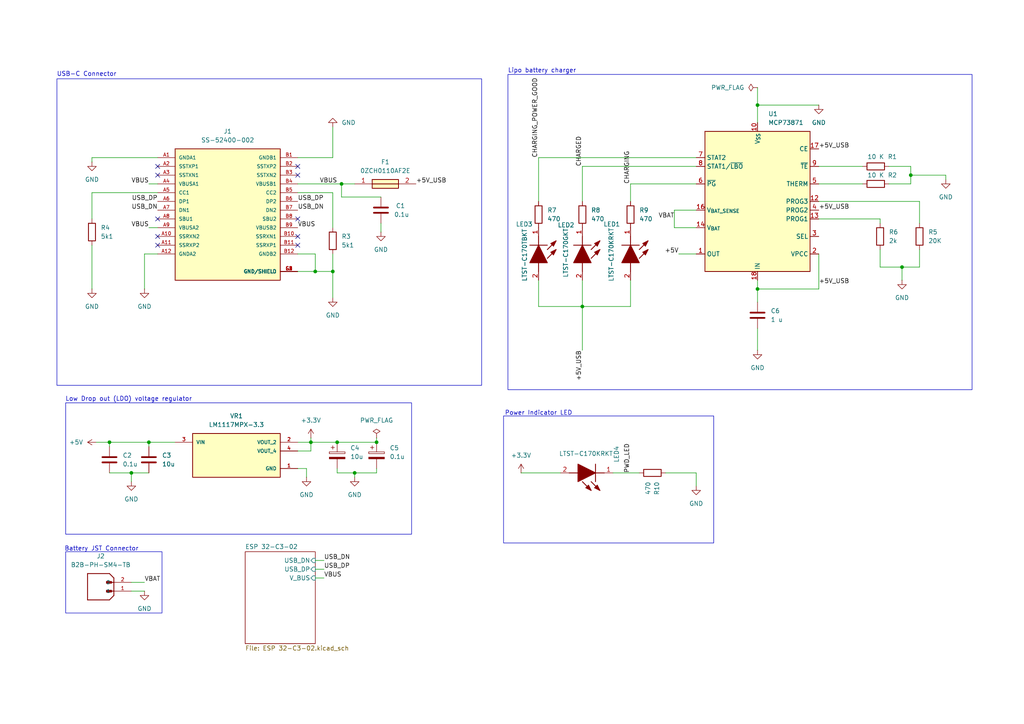
<source format=kicad_sch>
(kicad_sch (version 20250114) (generator "eeschema") (generator_version "9.0")
  (paper "A4")
  (title_block (title "ESP 32 sensor board root"))
  (lib_symbols
    (symbol "0ZCH0110AF2E:0ZCH0110AF2E" (pin_names (hide yes))
      (property "Reference" "F" (at 13.97 6.35 0))
      (property "Value" "0ZCH0110AF2E" (at 13.97 3.81 0))
      (symbol "0ZCH0110AF2E_1_1"
        (rectangle (start 5.08 1.27) (end 12.7 -1.27) (stroke (width 0.254)) (fill (type background)))
        (polyline (pts (xy 5.08 0) (xy 12.7 0)) (stroke (width 0.254)))
        (pin passive line (at 0 0 0) (length 5.08) (name "1") (number "1"))
        (pin passive line (at 17.78 0 180) (length 5.08) (name "2") (number "2"))
      )
    )
    (symbol "B2B-PH-SM4-TB:B2B-PH-SM4-TB" (pin_names (offset 1.016))
      (property "Reference" "J" (at 0 6.35 0))
      (property "Value" "B2B-PH-SM4-TB" (at 0 -5.08 0))
      (symbol "B2B-PH-SM4-TB_0_0"
        (polyline (pts (xy 0 3.81) (xy 0 2.54)) (stroke (width 0.254)))
        (polyline (pts (xy 0 3.81) (xy 1.27 5.08)) (stroke (width 0.254)))
        (polyline (pts (xy 0 2.54) (xy 0 -1.27)) (stroke (width 0.254)))
        (polyline (pts (xy 0 2.54) (xy 1.905 2.54)) (stroke (width 0.254)))
        (polyline (pts (xy 0 0) (xy 1.905 0)) (stroke (width 0.254)))
        (polyline (pts (xy 0 -1.27) (xy 1.27 -2.54)) (stroke (width 0.254)))
        (rectangle (start 0.635 2.2225) (end 2.2225 2.8575) (stroke (width 0.1)) (fill (type outline)))
        (rectangle (start 0.635 -0.3175) (end 2.2225 0.3175) (stroke (width 0.1)) (fill (type outline)))
        (polyline (pts (xy 1.27 -2.54) (xy 7.62 -2.54)) (stroke (width 0.254)))
        (polyline (pts (xy 7.62 5.08) (xy 1.27 5.08)) (stroke (width 0.254)))
        (polyline (pts (xy 7.62 -2.54) (xy 7.62 5.08)) (stroke (width 0.254)))
        (pin passive line (at -5.08 2.54 0) (length 5.08) (name "1") (number "1"))
        (pin passive line (at -5.08 0 0) (length 5.08) (name "2") (number "2"))
      )
    )
    (symbol "Battery_Management:MCP73871"
      (property "Reference" "U" (at -7.62 24.13 0))
      (property "Value" "MCP73871" (at -15.24 21.59 0))
      (symbol "MCP73871_0_1"
        (rectangle (start -15.24 20.32) (end 15.24 -20.32) (stroke (width 0.254)) (fill (type background)))
      )
      (symbol "MCP73871_1_1"
        (pin input line (at -17.78 15.24 0) (length 2.54) (name "VPCC") (number "2"))
        (pin input line (at -17.78 10.16 0) (length 2.54) (name "SEL") (number "3"))
        (pin bidirectional line (at -17.78 5.08 0) (length 2.54) (name "PROG1") (number "13"))
        (pin input line (at -17.78 2.54 0) (length 2.54) (name "PROG2") (number "4"))
        (pin bidirectional line (at -17.78 0 0) (length 2.54) (name "PROG3") (number "12"))
        (pin bidirectional line (at -17.78 -5.08 0) (length 2.54) (name "THERM") (number "5"))
        (pin input line (at -17.78 -10.16 0) (length 2.54) (name "~{TE}") (number "9"))
        (pin input line (at -17.78 -15.24 0) (length 2.54) (name "CE") (number "17"))
        (pin power_in line (at 0 22.86 270) (length 2.54) (name "IN") (number "18"))
        (pin passive line (at 0 22.86 270) (length 2.54) (hide yes) (name "IN") (number "19"))
        (pin power_in line (at 0 -22.86 90) (length 2.54) (name "V_{SS}") (number "10"))
        (pin passive line (at 0 -22.86 90) (length 2.54) (hide yes) (name "V_{SS}") (number "11"))
        (pin passive line (at 0 -22.86 90) (length 2.54) (hide yes) (name "V_{SS}") (number "21"))
        (pin power_out line (at 17.78 15.24 180) (length 2.54) (name "OUT") (number "1"))
        (pin passive line (at 17.78 15.24 180) (length 2.54) (hide yes) (name "OUT") (number "20"))
        (pin power_out line (at 17.78 7.62 180) (length 2.54) (name "V_{BAT}") (number "14"))
        (pin passive line (at 17.78 7.62 180) (length 2.54) (hide yes) (name "V_{BAT}") (number "15"))
        (pin input line (at 17.78 2.54 180) (length 2.54) (name "V_{BAT_SENSE}") (number "16"))
        (pin open_collector line (at 17.78 -5.08 180) (length 2.54) (name "~{PG}") (number "6"))
        (pin open_collector line (at 17.78 -10.16 180) (length 2.54) (name "STAT1/~{LBO}") (number "8"))
        (pin open_collector line (at 17.78 -12.7 180) (length 2.54) (name "STAT2") (number "7"))
      )
    )
    (symbol "Device:C" (pin_numbers (hide yes)) (pin_names (offset 0.254))
      (property "Reference" "C" (at 0.635 2.54 0))
      (property "Value" "C" (at 0.635 -2.54 0))
      (symbol "C_0_1"
        (polyline (pts (xy -2.032 0.762) (xy 2.032 0.762)) (stroke (width 0.508)))
        (polyline (pts (xy -2.032 -0.762) (xy 2.032 -0.762)) (stroke (width 0.508)))
      )
      (symbol "C_1_1"
        (pin passive line (at 0 3.81 270) (length 2.794) (name "~") (number "1"))
        (pin passive line (at 0 -3.81 90) (length 2.794) (name "~") (number "2"))
      )
    )
    (symbol "Device:C_Polarized" (pin_numbers (hide yes)) (pin_names (offset 0.254))
      (property "Reference" "C" (at 0.635 2.54 0))
      (property "Value" "C_Polarized" (at 0.635 -2.54 0))
      (symbol "C_Polarized_0_1"
        (rectangle (start -2.286 0.508) (end 2.286 1.016))
        (polyline (pts (xy -1.778 2.286) (xy -0.762 2.286)))
        (polyline (pts (xy -1.27 2.794) (xy -1.27 1.778)))
        (rectangle (start 2.286 -0.508) (end -2.286 -1.016) (fill (type outline)))
      )
      (symbol "C_Polarized_1_1"
        (pin passive line (at 0 3.81 270) (length 2.794) (name "~") (number "1"))
        (pin passive line (at 0 -3.81 90) (length 2.794) (name "~") (number "2"))
      )
    )
    (symbol "Device:R" (pin_numbers (hide yes)) (pin_names (offset 0))
      (property "Reference" "R" (at 2.032 0 90))
      (property "Value" "R" (at 0 0 90))
      (symbol "R_0_1"
        (rectangle (start -1.016 -2.54) (end 1.016 2.54) (stroke (width 0.254)))
      )
      (symbol "R_1_1"
        (pin passive line (at 0 3.81 270) (length 1.27) (name "~") (number "1"))
        (pin passive line (at 0 -3.81 90) (length 1.27) (name "~") (number "2"))
      )
    )
    (symbol "LM1117MPX-3.3:LM1117MPX-3.3" (pin_names (offset 1.016))
      (property "Reference" "VR" (at -12.7 6.08 0))
      (property "Value" "LM1117MPX-3.3" (at -12.7 -9.08 0))
      (symbol "LM1117MPX-3.3_0_0"
        (rectangle (start -12.7 -7.62) (end 12.7 5.08) (stroke (width 0.254)) (fill (type background)))
        (pin power_in line (at -17.78 2.54 0) (length 5.08) (name "VIN") (number "3"))
        (pin power_in line (at 17.78 2.54 180) (length 5.08) (name "VOUT_2") (number "2"))
        (pin power_in line (at 17.78 0 180) (length 5.08) (name "VOUT_4") (number "4"))
        (pin power_in line (at 17.78 -5.08 180) (length 5.08) (name "GND") (number "1"))
      )
    )
    (symbol "LTST-C170GKT:LTST-C170GKT" (pin_names (hide yes))
      (property "Reference" "LED" (at 12.7 8.89 0))
      (property "Value" "LTST-C170GKT" (at 12.7 6.35 0))
      (symbol "LTST-C170GKT_1_1"
        (polyline (pts (xy 2.54 0) (xy 5.08 0)) (stroke (width 0.254)))
        (polyline (pts (xy 5.08 2.54) (xy 5.08 -2.54)) (stroke (width 0.254)))
        (polyline (pts (xy 5.08 0) (xy 10.16 2.54) (xy 10.16 -2.54) (xy 5.08 0)) (stroke (width 0.254)) (fill (type outline)))
        (polyline (pts (xy 5.334 4.318) (xy 4.572 3.556) (xy 3.81 5.08) (xy 5.334 4.318)) (stroke (width 0.254)) (fill (type outline)))
        (polyline (pts (xy 6.35 2.54) (xy 3.81 5.08)) (stroke (width 0.254)))
        (polyline (pts (xy 7.874 4.318) (xy 7.112 3.556) (xy 6.35 5.08) (xy 7.874 4.318)) (stroke (width 0.254)) (fill (type outline)))
        (polyline (pts (xy 8.89 2.54) (xy 6.35 5.08)) (stroke (width 0.254)))
        (polyline (pts (xy 10.16 0) (xy 12.7 0)) (stroke (width 0.254)))
        (pin passive line (at 0 0 0) (length 2.54) (name "K") (number "1"))
        (pin passive line (at 15.24 0 180) (length 2.54) (name "A") (number "2"))
      )
    )
    (symbol "LTST-C170KRKT:LTST-C170KRKT" (pin_names (hide yes))
      (property "Reference" "LED" (at 12.7 8.89 0))
      (property "Value" "LTST-C170KRKT" (at 12.7 6.35 0))
      (symbol "LTST-C170KRKT_1_1"
        (polyline (pts (xy 2.54 0) (xy 5.08 0)) (stroke (width 0.254)))
        (polyline (pts (xy 5.08 2.54) (xy 5.08 -2.54)) (stroke (width 0.254)))
        (polyline (pts (xy 5.08 0) (xy 10.16 2.54) (xy 10.16 -2.54) (xy 5.08 0)) (stroke (width 0.254)) (fill (type outline)))
        (polyline (pts (xy 5.334 4.318) (xy 4.572 3.556) (xy 3.81 5.08) (xy 5.334 4.318)) (stroke (width 0.254)) (fill (type outline)))
        (polyline (pts (xy 6.35 2.54) (xy 3.81 5.08)) (stroke (width 0.254)))
        (polyline (pts (xy 7.874 4.318) (xy 7.112 3.556) (xy 6.35 5.08) (xy 7.874 4.318)) (stroke (width 0.254)) (fill (type outline)))
        (polyline (pts (xy 8.89 2.54) (xy 6.35 5.08)) (stroke (width 0.254)))
        (polyline (pts (xy 10.16 0) (xy 12.7 0)) (stroke (width 0.254)))
        (pin passive line (at 0 0 0) (length 2.54) (name "K") (number "1"))
        (pin passive line (at 15.24 0 180) (length 2.54) (name "A") (number "2"))
      )
    )
    (symbol "LTST-C170TBKT:LTST-C170TBKT" (pin_names (hide yes))
      (property "Reference" "LED" (at 12.7 8.89 0))
      (property "Value" "LTST-C170TBKT" (at 12.7 6.35 0))
      (symbol "LTST-C170TBKT_1_1"
        (polyline (pts (xy 2.54 0) (xy 5.08 0)) (stroke (width 0.254)))
        (polyline (pts (xy 5.08 2.54) (xy 5.08 -2.54)) (stroke (width 0.254)))
        (polyline (pts (xy 5.08 0) (xy 10.16 2.54) (xy 10.16 -2.54) (xy 5.08 0)) (stroke (width 0.254)) (fill (type outline)))
        (polyline (pts (xy 5.334 4.318) (xy 4.572 3.556) (xy 3.81 5.08) (xy 5.334 4.318)) (stroke (width 0.254)) (fill (type outline)))
        (polyline (pts (xy 6.35 2.54) (xy 3.81 5.08)) (stroke (width 0.254)))
        (polyline (pts (xy 7.874 4.318) (xy 7.112 3.556) (xy 6.35 5.08) (xy 7.874 4.318)) (stroke (width 0.254)) (fill (type outline)))
        (polyline (pts (xy 8.89 2.54) (xy 6.35 5.08)) (stroke (width 0.254)))
        (polyline (pts (xy 10.16 0) (xy 12.7 0)) (stroke (width 0.254)))
        (pin passive line (at 0 0 0) (length 2.54) (name "K") (number "1"))
        (pin passive line (at 15.24 0 180) (length 2.54) (name "A") (number "2"))
      )
    )
    (symbol "SS-52400-002:SS-52400-002" (pin_names (offset 1.016))
      (property "Reference" "J" (at -15.24 19.05 0))
      (property "Value" "SS-52400-002" (at -15.24 -22.86 0))
      (symbol "SS-52400-002_0_0"
        (rectangle (start -15.24 -20.32) (end 15.24 17.78) (stroke (width 0.254)) (fill (type background)))
        (pin power_in line (at -20.32 15.24 0) (length 5.08) (name "GNDA1") (number "A1"))
        (pin bidirectional line (at -20.32 12.7 0) (length 5.08) (name "SSTXP1") (number "A2"))
        (pin bidirectional line (at -20.32 10.16 0) (length 5.08) (name "SSTXN1") (number "A3"))
        (pin power_in line (at -20.32 7.62 0) (length 5.08) (name "VBUSA1") (number "A4"))
        (pin bidirectional line (at -20.32 5.08 0) (length 5.08) (name "CC1") (number "A5"))
        (pin bidirectional line (at -20.32 2.54 0) (length 5.08) (name "DP1") (number "A6"))
        (pin bidirectional line (at -20.32 0 0) (length 5.08) (name "DN1") (number "A7"))
        (pin bidirectional line (at -20.32 -2.54 0) (length 5.08) (name "SBU1") (number "A8"))
        (pin power_in line (at -20.32 -5.08 0) (length 5.08) (name "VBUSA2") (number "A9"))
        (pin bidirectional line (at -20.32 -7.62 0) (length 5.08) (name "SSRXN2") (number "A10"))
        (pin bidirectional line (at -20.32 -10.16 0) (length 5.08) (name "SSRXP2") (number "A11"))
        (pin power_in line (at -20.32 -12.7 0) (length 5.08) (name "GNDA2") (number "A12"))
        (pin power_in line (at 20.32 15.24 180) (length 5.08) (name "GNDB1") (number "B1"))
        (pin bidirectional line (at 20.32 12.7 180) (length 5.08) (name "SSTXP2") (number "B2"))
        (pin bidirectional line (at 20.32 10.16 180) (length 5.08) (name "SSTXN2") (number "B3"))
        (pin power_in line (at 20.32 7.62 180) (length 5.08) (name "VBUSB1") (number "B4"))
        (pin bidirectional line (at 20.32 5.08 180) (length 5.08) (name "CC2") (number "B5"))
        (pin bidirectional line (at 20.32 2.54 180) (length 5.08) (name "DP2") (number "B6"))
        (pin bidirectional line (at 20.32 0 180) (length 5.08) (name "DN2") (number "B7"))
        (pin bidirectional line (at 20.32 -2.54 180) (length 5.08) (name "SBU2") (number "B8"))
        (pin power_in line (at 20.32 -5.08 180) (length 5.08) (name "VBUSB2") (number "B9"))
        (pin bidirectional line (at 20.32 -7.62 180) (length 5.08) (name "SSRXN1") (number "B10"))
        (pin bidirectional line (at 20.32 -10.16 180) (length 5.08) (name "SSRXP1") (number "B11"))
        (pin power_in line (at 20.32 -12.7 180) (length 5.08) (name "GNDB2") (number "B12"))
        (pin power_in line (at 20.32 -17.78 180) (length 5.08) (name "GND/SHIELD") (number "G1"))
        (pin power_in line (at 20.32 -17.78 180) (length 5.08) (name "GND/SHIELD") (number "G2"))
        (pin power_in line (at 20.32 -17.78 180) (length 5.08) (name "GND/SHIELD") (number "G3"))
        (pin power_in line (at 20.32 -17.78 180) (length 5.08) (name "GND/SHIELD") (number "G4"))
        (pin power_in line (at 20.32 -17.78 180) (length 5.08) (name "GND/SHIELD") (number "S1"))
        (pin power_in line (at 20.32 -17.78 180) (length 5.08) (name "GND/SHIELD") (number "S2"))
        (pin power_in line (at 20.32 -17.78 180) (length 5.08) (name "GND/SHIELD") (number "S3"))
        (pin power_in line (at 20.32 -17.78 180) (length 5.08) (name "GND/SHIELD") (number "S4"))
      )
    )
    (symbol "power:+3.3V" (power) (pin_numbers (hide yes)) (pin_names (offset 0) (hide yes))
      (property "Value" "+3.3V" (at 0 3.556 0))
      (symbol "+3.3V_0_1"
        (polyline (pts (xy -0.762 1.27) (xy 0 2.54)))
        (polyline (pts (xy 0 2.54) (xy 0.762 1.27)))
        (polyline (pts (xy 0 0) (xy 0 2.54)))
      )
      (symbol "+3.3V_1_1"
        (pin power_in line (at 0 0 90) (length 0) (name "~") (number "1"))
      )
    )
    (symbol "power:+5V" (power) (pin_numbers (hide yes)) (pin_names (offset 0) (hide yes))
      (property "Value" "+5V" (at 0 3.556 0))
      (symbol "+5V_0_1"
        (polyline (pts (xy -0.762 1.27) (xy 0 2.54)))
        (polyline (pts (xy 0 2.54) (xy 0.762 1.27)))
        (polyline (pts (xy 0 0) (xy 0 2.54)))
      )
      (symbol "+5V_1_1"
        (pin power_in line (at 0 0 90) (length 0) (name "~") (number "1"))
      )
    )
    (symbol "power:GND" (power) (pin_numbers (hide yes)) (pin_names (offset 0) (hide yes))
      (property "Value" "GND" (at 0 -3.81 0))
      (symbol "GND_0_1"
        (polyline (pts (xy 0 0) (xy 0 -1.27) (xy 1.27 -1.27) (xy 0 -2.54) (xy -1.27 -1.27) (xy 0 -1.27)))
      )
      (symbol "GND_1_1"
        (pin power_in line (at 0 0 270) (length 0) (name "~") (number "1"))
      )
    )
    (symbol "power:PWR_FLAG" (power) (pin_numbers (hide yes)) (pin_names (offset 0) (hide yes))
      (property "Value" "PWR_FLAG" (at 0 3.81 0))
      (symbol "PWR_FLAG_0_0"
        (pin power_out line (at 0 0 90) (length 0) (name "~") (number "1"))
      )
      (symbol "PWR_FLAG_0_1"
        (polyline (pts (xy 0 0) (xy 0 1.27) (xy -1.016 1.905) (xy 0 2.54) (xy 1.016 1.905) (xy 0 1.27)))
      )
    )
  )
  (rectangle (start 19.05 116.84) (end 119.38 154.94))
  (rectangle (start 19.05 160.02) (end 46.99 177.8))
  (rectangle (start 147.32 21.59) (end 281.94 113.03))
  (rectangle (start 16.51 22.86) (end 139.7 111.76))
  (rectangle (start 146.05 120.65) (end 207.01 157.48))
  (text "Low Drop out (LDO) voltage regulator" (at 37.338 115.824 0) (effects (font (size 1.27 1.27))))
  (text "USB-C Connector" (at 25.146 21.59 0) (effects (font (size 1.27 1.27))))
  (text "Power Indicator LED" (at 156.21 119.888 0) (effects (font (size 1.27 1.27))))
  (text "Battery JST Connector" (at 29.464 159.258 0) (effects (font (size 1.27 1.27))))
  (text "Lipo battery charger" (at 157.226 20.574 0) (effects (font (size 1.27 1.27))))
  (junction (at 38.1 137.16))
  (junction (at 43.18 128.27))
  (junction (at 219.71 83.82))
  (junction (at 264.16 50.8))
  (junction (at 109.22 128.27))
  (junction (at 96.52 78.74))
  (junction (at 261.62 77.47))
  (junction (at 97.79 128.27))
  (junction (at 102.87 137.16))
  (junction (at 91.44 78.74))
  (junction (at 168.91 88.9))
  (junction (at 31.75 128.27))
  (junction (at 90.17 128.27))
  (junction (at 219.71 30.48))
  (junction (at 99.06 53.34))
  (no_connect (at 86.36 71.12))
  (no_connect (at 45.72 68.58))
  (no_connect (at 45.72 48.26))
  (no_connect (at 86.36 48.26))
  (no_connect (at 86.36 50.8))
  (no_connect (at 86.36 68.58))
  (no_connect (at 86.36 63.5))
  (no_connect (at 45.72 50.8))
  (no_connect (at 45.72 71.12))
  (no_connect (at 45.72 63.5))
  (wire (pts (xy 86.36 135.89) (xy 88.9 135.89)))
  (wire (pts (xy 219.71 25.4) (xy 219.71 30.48)))
  (wire (pts (xy 96.52 66.04) (xy 96.52 55.88)))
  (wire (pts (xy 168.91 88.9) (xy 168.91 101.6)))
  (wire (pts (xy 38.1 168.91) (xy 41.91 168.91)))
  (wire (pts (xy 91.44 73.66) (xy 91.44 78.74)))
  (wire (pts (xy 168.91 48.26) (xy 201.93 48.26)))
  (wire (pts (xy 110.49 64.77) (xy 110.49 67.31)))
  (wire (pts (xy 237.49 30.48) (xy 219.71 30.48)))
  (wire (pts (xy 86.36 53.34) (xy 99.06 53.34)))
  (wire (pts (xy 255.27 72.39) (xy 255.27 77.47)))
  (wire (pts (xy 91.44 167.64) (xy 93.98 167.64)))
  (wire (pts (xy 38.1 137.16) (xy 43.18 137.16)))
  (wire (pts (xy 255.27 64.77) (xy 255.27 63.5)))
  (wire (pts (xy 274.32 50.8) (xy 264.16 50.8)))
  (wire (pts (xy 86.36 78.74) (xy 91.44 78.74)))
  (wire (pts (xy 88.9 135.89) (xy 88.9 138.43)))
  (wire (pts (xy 27.94 128.27) (xy 31.75 128.27)))
  (wire (pts (xy 274.32 52.07) (xy 274.32 50.8)))
  (wire (pts (xy 26.67 45.72) (xy 26.67 46.99)))
  (wire (pts (xy 41.91 73.66) (xy 45.72 73.66)))
  (wire (pts (xy 26.67 63.5) (xy 26.67 55.88)))
  (wire (pts (xy 97.79 137.16) (xy 102.87 137.16)))
  (wire (pts (xy 110.49 57.15) (xy 99.06 57.15)))
  (wire (pts (xy 38.1 171.45) (xy 41.91 171.45)))
  (wire (pts (xy 102.87 137.16) (xy 109.22 137.16)))
  (wire (pts (xy 86.36 130.81) (xy 90.17 130.81)))
  (wire (pts (xy 237.49 48.26) (xy 250.19 48.26)))
  (wire (pts (xy 266.7 64.77) (xy 266.7 58.42)))
  (wire (pts (xy 26.67 55.88) (xy 45.72 55.88)))
  (wire (pts (xy 255.27 77.47) (xy 261.62 77.47)))
  (wire (pts (xy 43.18 53.34) (xy 45.72 53.34)))
  (wire (pts (xy 196.85 73.66) (xy 201.93 73.66)))
  (wire (pts (xy 261.62 81.28) (xy 261.62 77.47)))
  (wire (pts (xy 97.79 135.89) (xy 97.79 137.16)))
  (wire (pts (xy 182.88 53.34) (xy 201.93 53.34)))
  (wire (pts (xy 97.79 128.27) (xy 109.22 128.27)))
  (wire (pts (xy 266.7 58.42) (xy 237.49 58.42)))
  (wire (pts (xy 219.71 30.48) (xy 219.71 35.56)))
  (wire (pts (xy 264.16 50.8) (xy 264.16 53.34)))
  (wire (pts (xy 91.44 162.56) (xy 93.98 162.56)))
  (wire (pts (xy 26.67 71.12) (xy 26.67 83.82)))
  (wire (pts (xy 219.71 83.82) (xy 219.71 87.63)))
  (wire (pts (xy 237.49 73.66) (xy 237.49 83.82)))
  (wire (pts (xy 266.7 77.47) (xy 266.7 72.39)))
  (wire (pts (xy 182.88 81.28) (xy 182.88 88.9)))
  (wire (pts (xy 38.1 137.16) (xy 38.1 139.7)))
  (wire (pts (xy 86.36 128.27) (xy 90.17 128.27)))
  (wire (pts (xy 264.16 53.34) (xy 257.81 53.34)))
  (wire (pts (xy 91.44 78.74) (xy 96.52 78.74)))
  (wire (pts (xy 195.58 66.04) (xy 201.93 66.04)))
  (wire (pts (xy 177.8 137.16) (xy 185.42 137.16)))
  (wire (pts (xy 45.72 45.72) (xy 26.67 45.72)))
  (wire (pts (xy 90.17 127) (xy 90.17 128.27)))
  (wire (pts (xy 96.52 36.83) (xy 96.52 45.72)))
  (wire (pts (xy 99.06 53.34) (xy 102.87 53.34)))
  (wire (pts (xy 156.21 81.28) (xy 156.21 88.9)))
  (wire (pts (xy 168.91 58.42) (xy 168.91 48.26)))
  (wire (pts (xy 43.18 128.27) (xy 43.18 129.54)))
  (wire (pts (xy 193.04 137.16) (xy 201.93 137.16)))
  (wire (pts (xy 109.22 137.16) (xy 109.22 135.89)))
  (wire (pts (xy 168.91 88.9) (xy 182.88 88.9)))
  (wire (pts (xy 168.91 81.28) (xy 168.91 88.9)))
  (wire (pts (xy 86.36 45.72) (xy 96.52 45.72)))
  (wire (pts (xy 96.52 78.74) (xy 96.52 86.36)))
  (wire (pts (xy 156.21 88.9) (xy 168.91 88.9)))
  (wire (pts (xy 99.06 57.15) (xy 99.06 53.34)))
  (wire (pts (xy 50.8 128.27) (xy 43.18 128.27)))
  (wire (pts (xy 201.93 60.96) (xy 195.58 60.96)))
  (wire (pts (xy 91.44 165.1) (xy 93.98 165.1)))
  (wire (pts (xy 102.87 137.16) (xy 102.87 138.43)))
  (wire (pts (xy 90.17 128.27) (xy 97.79 128.27)))
  (wire (pts (xy 43.18 128.27) (xy 31.75 128.27)))
  (wire (pts (xy 156.21 45.72) (xy 201.93 45.72)))
  (wire (pts (xy 96.52 55.88) (xy 86.36 55.88)))
  (wire (pts (xy 109.22 127) (xy 109.22 128.27)))
  (wire (pts (xy 219.71 83.82) (xy 219.71 81.28)))
  (wire (pts (xy 257.81 48.26) (xy 264.16 48.26)))
  (wire (pts (xy 261.62 77.47) (xy 266.7 77.47)))
  (wire (pts (xy 151.13 137.16) (xy 162.56 137.16)))
  (wire (pts (xy 86.36 73.66) (xy 91.44 73.66)))
  (wire (pts (xy 96.52 73.66) (xy 96.52 78.74)))
  (wire (pts (xy 201.93 137.16) (xy 201.93 140.97)))
  (wire (pts (xy 195.58 60.96) (xy 195.58 66.04)))
  (wire (pts (xy 156.21 58.42) (xy 156.21 45.72)))
  (wire (pts (xy 41.91 83.82) (xy 41.91 73.66)))
  (wire (pts (xy 255.27 63.5) (xy 237.49 63.5)))
  (wire (pts (xy 90.17 130.81) (xy 90.17 128.27)))
  (wire (pts (xy 219.71 95.25) (xy 219.71 101.6)))
  (wire (pts (xy 31.75 137.16) (xy 38.1 137.16)))
  (wire (pts (xy 237.49 53.34) (xy 250.19 53.34)))
  (wire (pts (xy 264.16 48.26) (xy 264.16 50.8)))
  (wire (pts (xy 237.49 83.82) (xy 219.71 83.82)))
  (wire (pts (xy 43.18 66.04) (xy 45.72 66.04)))
  (wire (pts (xy 31.75 128.27) (xy 31.75 129.54)))
  (wire (pts (xy 182.88 58.42) (xy 182.88 53.34)))
  (label "+5V_USB" (at 237.49 82.55 0))
  (label "CHARGED" (at 168.91 48.26 90))
  (label "+5V_USB" (at 120.65 53.34 0))
  (label "VBUS" (at 92.71 53.34 0))
  (label "USB_DN" (at 45.72 60.96 180))
  (label "USB_DP" (at 45.72 58.42 180))
  (label "VBAT" (at 195.58 63.5 180))
  (label "+5V" (at 196.85 73.66 180))
  (label "CHARGING_POWER_GOOD" (at 156.21 45.72 90))
  (label "USB_DN" (at 93.98 162.56 0))
  (label "PWD_LED" (at 182.88 137.16 90))
  (label "+5V_USB" (at 237.49 43.18 0))
  (label "VBUS" (at 86.36 66.04 0))
  (label "+5V_USB" (at 168.91 101.6 270))
  (label "VBAT" (at 41.91 168.91 0))
  (label "USB_DN" (at 86.36 60.96 0))
  (label "VBUS" (at 43.18 53.34 180))
  (label "VBUS" (at 43.18 66.04 180))
  (label "VBUS" (at 93.98 167.64 0))
  (label "CHARGING" (at 182.88 53.34 90))
  (label "USB_DP" (at 86.36 58.42 0))
  (label "USB_DP" (at 93.98 165.1 0))
  (label "+5V_USB" (at 237.49 60.96 0))
  (symbol (lib_id "Device:R") (at 182.88 62.23 180) (unit 1)
    (property "Reference" "R9" (at 185.42 60.9599 0) (effects (justify right)))
    (property "Value" "470" (at 185.42 63.4999 0) (effects (justify right)))
    (property "Description" "Resistor" (effects (hide yes)))
  )
  (symbol (lib_id "Device:C_Polarized") (at 109.22 132.08 0) (unit 1)
    (property "Reference" "C5" (at 113.03 129.9209 0) (effects (justify left)))
    (property "Value" "0.1u" (at 113.03 132.4609 0) (effects (justify left)))
    (property "Description" "Polarized capacitor" (effects (hide yes)))
  )
  (symbol (lib_id "Device:R") (at 156.21 62.23 180) (unit 1)
    (property "Reference" "R7" (at 158.75 60.9599 0) (effects (justify right)))
    (property "Value" "470" (at 158.75 63.4999 0) (effects (justify right)))
    (property "Description" "Resistor" (effects (hide yes)))
  )
  (symbol (lib_id "Device:R") (at 255.27 68.58 180) (unit 1)
    (property "Reference" "R6" (at 257.81 67.3099 0) (effects (justify right)))
    (property "Value" "2k" (at 257.81 69.8499 0) (effects (justify right)))
    (property "Description" "Resistor" (effects (hide yes)))
  )
  (symbol (lib_id "power:GND") (at 274.32 52.07 0) (unit 1)
    (property "Reference" "#PWR01" (effects (hide yes)))
    (property "Value" "GND" (at 274.32 57.15 0))
    (property "Description" "Power symbol creates a global label with name \"GND\" , ground" (effects (hide yes)))
  )
  (symbol (lib_id "power:GND") (at 26.67 46.99 0) (unit 1)
    (property "Reference" "#PWR06" (effects (hide yes)))
    (property "Value" "GND" (at 26.67 52.07 0))
    (property "Description" "Power symbol creates a global label with name \"GND\" , ground" (effects (hide yes)))
  )
  (symbol (lib_id "power:GND") (at 110.49 67.31 0) (unit 1)
    (property "Reference" "#PWR08" (effects (hide yes)))
    (property "Value" "GND" (at 110.49 72.39 0))
    (property "Description" "Power symbol creates a global label with name \"GND\" , ground" (effects (hide yes)))
  )
  (symbol (lib_id "Device:C") (at 43.18 133.35 0) (unit 1)
    (property "Reference" "C3" (at 46.99 132.0799 0) (effects (justify left)))
    (property "Value" "10u" (at 46.99 134.6199 0) (effects (justify left)))
    (property "Description" "Unpolarized capacitor" (effects (hide yes)))
  )
  (symbol (lib_id "Device:R") (at 168.91 62.23 180) (unit 1)
    (property "Reference" "R8" (at 171.45 60.9599 0) (effects (justify right)))
    (property "Value" "470" (at 171.45 63.4999 0) (effects (justify right)))
    (property "Description" "Resistor" (effects (hide yes)))
  )
  (symbol (lib_id "B2B-PH-SM4-TB:B2B-PH-SM4-TB") (at 33.02 168.91 180) (unit 1)
    (property "Reference" "J2" (at 29.21 161.29 0))
    (property "Value" "B2B-PH-SM4-TB" (at 29.21 163.83 0))
    (property "Footprint" "B2B-PH-SM4-TB:JST_B2B-PH-SM4-TB" (effects (hide yes)))
    (property "MF" "JST" (effects (hide yes)))
    (property "MAXIMUM_PACKAGE_HEIGHT" "6.6 mm" (effects (hide yes)))
    (property "Package" "NON STANDARD-2 JST" (effects (hide yes)))
    (property "Price" "None" (effects (hide yes)))
    (property "Check_prices" "https://www.snapeda.com/parts/B2B-PH-SM4-TB/JST/view-part/?ref=eda" (effects (hide yes)))
    (property "STANDARD" "Manufacturer Recommendations" (effects (hide yes)))
    (property "PARTREV" "N/A" (effects (hide yes)))
    (property "SnapEDA_Link" "https://www.snapeda.com/parts/B2B-PH-SM4-TB/JST/view-part/?ref=snap" (effects (hide yes)))
    (property "MP" "B2B-PH-SM4-TB" (effects (hide yes)))
    (property "Description_1" "Connector Header Surface Mount 2 position 0.079 (2.00mm)" (effects (hide yes)))
    (property "Availability" "In Stock" (effects (hide yes)))
    (property "MANUFACTURER" "JST" (effects (hide yes)))
  )
  (symbol (lib_id "Device:C") (at 31.75 133.35 0) (unit 1)
    (property "Reference" "C2" (at 35.56 132.0799 0) (effects (justify left)))
    (property "Value" "0.1u" (at 35.56 134.6199 0) (effects (justify left)))
    (property "Description" "Unpolarized capacitor" (effects (hide yes)))
  )
  (symbol (lib_id "Device:C_Polarized") (at 97.79 132.08 0) (unit 1)
    (property "Reference" "C4" (at 101.6 129.9209 0) (effects (justify left)))
    (property "Value" "10u" (at 101.6 132.4609 0) (effects (justify left)))
    (property "Description" "Polarized capacitor" (effects (hide yes)))
  )
  (symbol (lib_id "power:GND") (at 237.49 30.48 0) (unit 1)
    (property "Reference" "#PWR09" (effects (hide yes)))
    (property "Value" "GND" (at 237.49 35.56 0))
    (property "Description" "Power symbol creates a global label with name \"GND\" , ground" (effects (hide yes)))
  )
  (symbol (lib_id "power:GND") (at 41.91 171.45 0) (unit 1)
    (property "Reference" "#PWR016" (effects (hide yes)))
    (property "Value" "GND" (at 41.91 176.53 0))
    (property "Description" "Power symbol creates a global label with name \"GND\" , ground" (effects (hide yes)))
  )
  (symbol (lib_id "power:+3.3V") (at 90.17 127 0) (unit 1)
    (property "Reference" "#PWR013" (effects (hide yes)))
    (property "Value" "+3.3V" (at 90.17 121.92 0))
    (property "Description" "Power symbol creates a global label with name \"+3.3V\"" (effects (hide yes)))
  )
  (symbol (lib_id "Device:R") (at 254 53.34 90) (unit 1)
    (property "Reference" "R2" (at 258.826 50.8 90))
    (property "Value" "10 K" (at 254 50.8 90))
    (property "Description" "Resistor" (effects (hide yes)))
  )
  (symbol (lib_id "power:GND") (at 38.1 139.7 0) (unit 1)
    (property "Reference" "#PWR011" (effects (hide yes)))
    (property "Value" "GND" (at 38.1 144.78 0))
    (property "Description" "Power symbol creates a global label with name \"GND\" , ground" (effects (hide yes)))
  )
  (symbol (lib_id "Device:R") (at 26.67 67.31 180) (unit 1)
    (property "Reference" "R4" (at 29.21 66.0399 0) (effects (justify right)))
    (property "Value" "5k1" (at 29.21 68.5799 0) (effects (justify right)))
    (property "Description" "Resistor" (effects (hide yes)))
  )
  (symbol (lib_id "power:+3.3V") (at 151.13 137.16 0) (unit 1)
    (property "Reference" "#PWR017" (effects (hide yes)))
    (property "Value" "+3.3V" (at 151.13 132.08 0))
    (property "Description" "Power symbol creates a global label with name \"+3.3V\"" (effects (hide yes)))
  )
  (symbol (lib_id "LTST-C170KRKT:LTST-C170KRKT") (at 177.8 137.16 180) (unit 1)
    (property "Reference" "LED4" (at 178.816 129.286 90) (effects (justify left)))
    (property "Value" "LTST-C170KRKT" (at 177.8 131.572 0) (effects (justify left)))
    (property "Footprint" "LEDC2012X120N" (effects (hide yes)))
    (property "Datasheet" "https://componentsearchengine.com/Datasheets/1/LTST-C170KRKT.pdf" (effects (hide yes)))
    (property "Description" "Standard LEDs - SMD Red Clear 631nm" (effects (hide yes)))
    (property "Height" "1.2" (effects (hide yes)))
    (property "Manufacturer_Name" "Lite-On" (effects (hide yes)))
    (property "Manufacturer_Part_Number" "LTST-C170KRKT" (effects (hide yes)))
    (property "Mouser Part Number" "859-LTST-C170KRKT" (effects (hide yes)))
    (property "Mouser Price/Stock" "https://www.mouser.co.uk/ProductDetail/Lite-On/LTST-C170KRKT?qs=NUb82WqeCyrVOID%2Fxt4rgA%3D%3D" (effects (hide yes)))
    (property "Arrow Part Number" "LTST-C170KRKT" (effects (hide yes)))
    (property "Arrow Price/Stock" "https://www.arrow.com/en/products/ltst-c170krkt/lite-on-technology?utm_currency=USD&region=nac" (effects (hide yes)))
  )
  (symbol (lib_id "Device:R") (at 96.52 69.85 180) (unit 1)
    (property "Reference" "R3" (at 99.06 68.5799 0) (effects (justify right)))
    (property "Value" "5k1" (at 99.06 71.1199 0) (effects (justify right)))
    (property "Description" "Resistor" (effects (hide yes)))
  )
  (symbol (lib_id "SS-52400-002:SS-52400-002") (at 66.04 60.96 0) (unit 1)
    (property "Reference" "J1" (at 66.04 38.1 0))
    (property "Value" "SS-52400-002" (at 66.04 40.64 0))
    (property "Footprint" "SS-52400-002:BELFUSE_SS-52400-002" (effects (hide yes)))
    (property "MF" "Bel Fuse" (effects (hide yes)))
    (property "MAXIMUM_PACKAGE_HEIGHT" "2.96 mm" (effects (hide yes)))
    (property "Package" "None" (effects (hide yes)))
    (property "Price" "None" (effects (hide yes)))
    (property "Check_prices" "https://www.snapeda.com/parts/SS-52400-002/Bel+Circuit+Protection/view-part/?ref=eda" (effects (hide yes)))
    (property "STANDARD" "Manufacturer Recommendations" (effects (hide yes)))
    (property "PARTREV" "A0" (effects (hide yes)))
    (property "SnapEDA_Link" "https://www.snapeda.com/parts/SS-52400-002/Bel+Circuit+Protection/view-part/?ref=snap" (effects (hide yes)))
    (property "MP" "SS-52400-002" (effects (hide yes)))
    (property "Description_1" "USB Type-C Connector | USB 3.1 | 1 Port | Right Angle Receptacle | Shielded | 0.039 in (1.00mm) PCB Thickness" (effects (hide yes)))
    (property "Availability" "In Stock" (effects (hide yes)))
    (property "MANUFACTURER" "BelFuse" (effects (hide yes)))
  )
  (symbol (lib_id "LM1117MPX-3.3:LM1117MPX-3.3") (at 68.58 130.81 0) (unit 1)
    (property "Reference" "VR1" (at 68.58 120.65 0))
    (property "Value" "LM1117MPX-3.3" (at 68.58 123.19 0))
    (property "Footprint" "LM1117MPX-3.3:VREG_LM1117MPX-3.3" (effects (hide yes)))
    (property "MF" "onsemi" (effects (hide yes)))
    (property "DESCRIPTION" "800-mA 15-V linear voltage regulator 4-SOT-223" (effects (hide yes)))
    (property "PACKAGE" "SOT-223-4 Texas Instruments" (effects (hide yes)))
    (property "PRICE" "None" (effects (hide yes)))
    (property "Package" "SOT-223-4 ON Semiconductor" (effects (hide yes)))
    (property "Check_prices" "https://www.snapeda.com/parts/LM1117MPX-33NOPB/Onsemi/view-part/?ref=eda" (effects (hide yes)))
    (property "Price" "None" (effects (hide yes)))
    (property "SnapEDA_Link" "https://www.snapeda.com/parts/LM1117MPX-33NOPB/Onsemi/view-part/?ref=snap" (effects (hide yes)))
    (property "MP" "LM1117MPX-33NOPB" (effects (hide yes)))
    (property "Description_1" "Linear Voltage Regulator IC Positive Fixed 1 Output 800mA SOT-223" (effects (hide yes)))
    (property "Availability" "In Stock" (effects (hide yes)))
    (property "AVAILABILITY" "Warning" (effects (hide yes)))
    (property "PURCHASE-URL" "https://pricing.snapeda.com/search/part/LM1117MPX-3.3/?ref=eda" (effects (hide yes)))
  )
  (symbol (lib_id "power:GND") (at 26.67 83.82 0) (unit 1)
    (property "Reference" "#PWR04" (effects (hide yes)))
    (property "Value" "GND" (at 26.67 88.9 0))
    (property "Description" "Power symbol creates a global label with name \"GND\" , ground" (effects (hide yes)))
  )
  (symbol (lib_id "LTST-C170GKT:LTST-C170GKT") (at 168.91 66.04 270) (unit 1)
    (property "Reference" "LED2" (at 166.624 65.278 90) (effects (justify right)))
    (property "Value" "LTST-C170GKT" (at 164.084 80.518 0) (effects (justify right)))
    (property "Footprint" "LEDC2012X120N" (effects (hide yes)))
    (property "Datasheet" "https://mm.digikey.com/Volume0/opasdata/d220001/medias/docus/895/LTST-C170GKT.pdf" (effects (hide yes)))
    (property "Description" "LED,SMD,0805,Green,6mcd,130deg Lite-On LTST-C170GKT, CHIPLED 0805 Series Green LED, 569 nm 2012 (0805), Rectangle Lens SMD package" (effects (hide yes)))
    (property "Height" "1.2" (effects (hide yes)))
    (property "Manufacturer_Name" "Lite-On" (effects (hide yes)))
    (property "Manufacturer_Part_Number" "LTST-C170GKT" (effects (hide yes)))
    (property "Mouser Part Number" "859-LTST-C170GKT" (effects (hide yes)))
    (property "Mouser Price/Stock" "https://www.mouser.co.uk/ProductDetail/Lite-On/LTST-C170GKT?qs=%2FSqKn2EfXQSV5aRij3YIfQ%3D%3D" (effects (hide yes)))
    (property "Arrow Part Number" "LTST-C170GKT" (effects (hide yes)))
    (property "Arrow Price/Stock" "https://www.arrow.com/en/products/ltst-c170gkt/lite-on-technology?utm_currency=USD&region=nac" (effects (hide yes)))
  )
  (symbol (lib_id "Battery_Management:MCP73871") (at 219.71 58.42 180) (unit 1)
    (property "Reference" "U1" (at 222.8281 33.02 0) (effects (justify right)))
    (property "Value" "MCP73871" (at 222.8281 35.56 0) (effects (justify right)))
    (property "Footprint" "Package_DFN_QFN:QFN-20-1EP_4x4mm_P0.5mm_EP2.5x2.5mm" (effects (hide yes)))
    (property "Datasheet" "http://www.mouser.com/ds/2/268/22090a-52174.pdf" (effects (hide yes)))
    (property "Description" "Single cell, Li-Ion/Li-Po charge management controller" (effects (hide yes)))
  )
  (symbol (lib_id "power:GND") (at 96.52 86.36 0) (unit 1)
    (property "Reference" "#PWR03" (effects (hide yes)))
    (property "Value" "GND" (at 96.52 91.44 0))
    (property "Description" "Power symbol creates a global label with name \"GND\" , ground" (effects (hide yes)))
  )
  (symbol (lib_id "Device:R") (at 189.23 137.16 90) (unit 1)
    (property "Reference" "R10" (at 190.5001 139.7 0) (effects (justify right)))
    (property "Value" "470" (at 187.9601 139.7 0) (effects (justify right)))
    (property "Description" "Resistor" (effects (hide yes)))
  )
  (symbol (lib_id "LTST-C170KRKT:LTST-C170KRKT") (at 182.88 66.04 270) (unit 1)
    (property "Reference" "LED1" (at 175.006 65.024 90) (effects (justify left)))
    (property "Value" "LTST-C170KRKT" (at 177.292 66.04 0) (effects (justify left)))
    (property "Footprint" "LEDC2012X120N" (effects (hide yes)))
    (property "Datasheet" "https://componentsearchengine.com/Datasheets/1/LTST-C170KRKT.pdf" (effects (hide yes)))
    (property "Description" "Standard LEDs - SMD Red Clear 631nm" (effects (hide yes)))
    (property "Height" "1.2" (effects (hide yes)))
    (property "Manufacturer_Name" "Lite-On" (effects (hide yes)))
    (property "Manufacturer_Part_Number" "LTST-C170KRKT" (effects (hide yes)))
    (property "Mouser Part Number" "859-LTST-C170KRKT" (effects (hide yes)))
    (property "Mouser Price/Stock" "https://www.mouser.co.uk/ProductDetail/Lite-On/LTST-C170KRKT?qs=NUb82WqeCyrVOID%2Fxt4rgA%3D%3D" (effects (hide yes)))
    (property "Arrow Part Number" "LTST-C170KRKT" (effects (hide yes)))
    (property "Arrow Price/Stock" "https://www.arrow.com/en/products/ltst-c170krkt/lite-on-technology?utm_currency=USD&region=nac" (effects (hide yes)))
  )
  (symbol (lib_id "Device:C") (at 110.49 60.96 0) (unit 1)
    (property "Reference" "C1" (at 114.808 59.69 0) (effects (justify left)))
    (property "Value" "0.1u" (at 114.3 62.2299 0) (effects (justify left)))
    (property "Description" "Unpolarized capacitor" (effects (hide yes)))
  )
  (symbol (lib_id "power:GND") (at 96.52 36.83 180) (unit 1)
    (property "Reference" "#PWR07" (effects (hide yes)))
    (property "Value" "GND" (at 99.06 35.5599 0) (effects (justify right)))
    (property "Description" "Power symbol creates a global label with name \"GND\" , ground" (effects (hide yes)))
  )
  (symbol (lib_id "LTST-C170TBKT:LTST-C170TBKT") (at 156.21 66.04 270) (unit 1)
    (property "Reference" "LED3" (at 149.606 65.024 90) (effects (justify left)))
    (property "Value" "LTST-C170TBKT" (at 152.146 66.294 0) (effects (justify left)))
    (property "Footprint" "LEDC2012X120N" (effects (hide yes)))
    (property "Datasheet" "https://componentsearchengine.com/Datasheets/1/LTST-C170TBKT.pdf" (effects (hide yes)))
    (property "Description" "LED,SMD,0805,Blue,28mcd,130deg" (effects (hide yes)))
    (property "Height" "1.2" (effects (hide yes)))
    (property "Manufacturer_Name" "Lite-On" (effects (hide yes)))
    (property "Manufacturer_Part_Number" "LTST-C170TBKT" (effects (hide yes)))
    (property "Mouser Part Number" "859-LTST-C170TBKT" (effects (hide yes)))
    (property "Mouser Price/Stock" "https://www.mouser.co.uk/ProductDetail/Lite-On/LTST-C170TBKT?qs=0uL0gcxEMop2ooGmIUzw3A%3D%3D" (effects (hide yes)))
    (property "Arrow Part Number" "LTST-C170TBKT" (effects (hide yes)))
    (property "Arrow Price/Stock" "https://www.arrow.com/en/products/ltst-c170tbkt/lite-on-technology?utm_currency=USD&region=nac" (effects (hide yes)))
  )
  (symbol (lib_id "0ZCH0110AF2E:0ZCH0110AF2E") (at 102.87 53.34 0) (unit 1)
    (property "Reference" "F1" (at 111.76 46.99 0))
    (property "Value" "0ZCH0110AF2E" (at 111.76 49.53 0))
    (property "Footprint" "FUSC3226X100N" (effects (hide yes)))
    (property "Datasheet" "https://www.belfuse.com/resources/datasheets/circuitprotection/ds-cp-0zch-series.pdf" (effects (hide yes)))
    (property "Description" "1210 SMT PPTC | 1.10 Ih | 16V" (effects (hide yes)))
    (property "Height" "1" (effects (hide yes)))
    (property "Manufacturer_Name" "Bel Circuit Protection" (effects (hide yes)))
    (property "Manufacturer_Part_Number" "0ZCH0110AF2E" (effects (hide yes)))
  )
  (symbol (lib_id "power:GND") (at 219.71 101.6 0) (unit 1)
    (property "Reference" "#PWR010" (effects (hide yes)))
    (property "Value" "GND" (at 219.71 106.68 0))
    (property "Description" "Power symbol creates a global label with name \"GND\" , ground" (effects (hide yes)))
  )
  (symbol (lib_id "power:PWR_FLAG") (at 109.22 127 0) (unit 1)
    (property "Reference" "#FLG02" (effects (hide yes)))
    (property "Value" "PWR_FLAG" (at 109.22 121.92 0))
    (property "Description" "Special symbol for telling ERC where power comes from" (effects (hide yes)))
  )
  (symbol (lib_id "power:GND") (at 41.91 83.82 0) (unit 1)
    (property "Reference" "#PWR05" (effects (hide yes)))
    (property "Value" "GND" (at 41.91 88.9 0))
    (property "Description" "Power symbol creates a global label with name \"GND\" , ground" (effects (hide yes)))
  )
  (symbol (lib_id "power:GND") (at 201.93 140.97 0) (unit 1)
    (property "Reference" "#PWR018" (effects (hide yes)))
    (property "Value" "GND" (at 201.93 146.05 0))
    (property "Description" "Power symbol creates a global label with name \"GND\" , ground" (effects (hide yes)))
  )
  (symbol (lib_id "power:+5V") (at 27.94 128.27 90) (unit 1)
    (property "Reference" "#PWR014" (effects (hide yes)))
    (property "Value" "+5V" (at 24.13 128.2699 90) (effects (justify left)))
    (property "Description" "Power symbol creates a global label with name \"+5V\"" (effects (hide yes)))
  )
  (symbol (lib_id "power:GND") (at 102.87 138.43 0) (unit 1)
    (property "Reference" "#PWR015" (effects (hide yes)))
    (property "Value" "GND" (at 102.87 143.51 0))
    (property "Description" "Power symbol creates a global label with name \"GND\" , ground" (effects (hide yes)))
  )
  (symbol (lib_id "Device:R") (at 266.7 68.58 180) (unit 1)
    (property "Reference" "R5" (at 269.24 67.3099 0) (effects (justify right)))
    (property "Value" "20K" (at 269.24 69.8499 0) (effects (justify right)))
    (property "Description" "Resistor" (effects (hide yes)))
  )
  (symbol (lib_id "power:PWR_FLAG") (at 219.71 25.4 90) (unit 1)
    (property "Reference" "#FLG01" (effects (hide yes)))
    (property "Value" "PWR_FLAG" (at 215.9 25.3999 90) (effects (justify left)))
    (property "Description" "Special symbol for telling ERC where power comes from" (effects (hide yes)))
  )
  (symbol (lib_id "Device:R") (at 254 48.26 90) (unit 1)
    (property "Reference" "R1" (at 258.826 45.466 90))
    (property "Value" "10 K" (at 254 45.466 90))
    (property "Description" "Resistor" (effects (hide yes)))
  )
  (symbol (lib_id "power:GND") (at 261.62 81.28 0) (unit 1)
    (property "Reference" "#PWR02" (effects (hide yes)))
    (property "Value" "GND" (at 261.62 86.36 0))
    (property "Description" "Power symbol creates a global label with name \"GND\" , ground" (effects (hide yes)))
  )
  (symbol (lib_id "power:GND") (at 88.9 138.43 0) (unit 1)
    (property "Reference" "#PWR012" (effects (hide yes)))
    (property "Value" "GND" (at 88.9 143.51 0))
    (property "Description" "Power symbol creates a global label with name \"GND\" , ground" (effects (hide yes)))
  )
  (symbol (lib_id "Device:C") (at 219.71 91.44 0) (unit 1)
    (property "Reference" "C6" (at 223.52 90.1699 0) (effects (justify left)))
    (property "Value" "1 u" (at 223.52 92.7099 0) (effects (justify left)))
    (property "Description" "Unpolarized capacitor" (effects (hide yes)))
  )
  (sheet (at 71.12 160.02) (size 20.32 26.67) (stroke (width 0.1524))
    (property "Sheetname" "ESP 32-C3-02" (at 71.12 159.3084 0) (effects (justify left bottom)))
    (property "Sheetfile" "ESP 32-C3-02.kicad_sch" (at 71.12 187.2746 0) (effects (justify left top)))
    (pin "USB_DN" input (at 91.44 162.56 0))
    (pin "USB_DP" input (at 91.44 165.1 0))
    (pin "V_BUS" input (at 91.44 167.64 0))
  )
)
</source>
